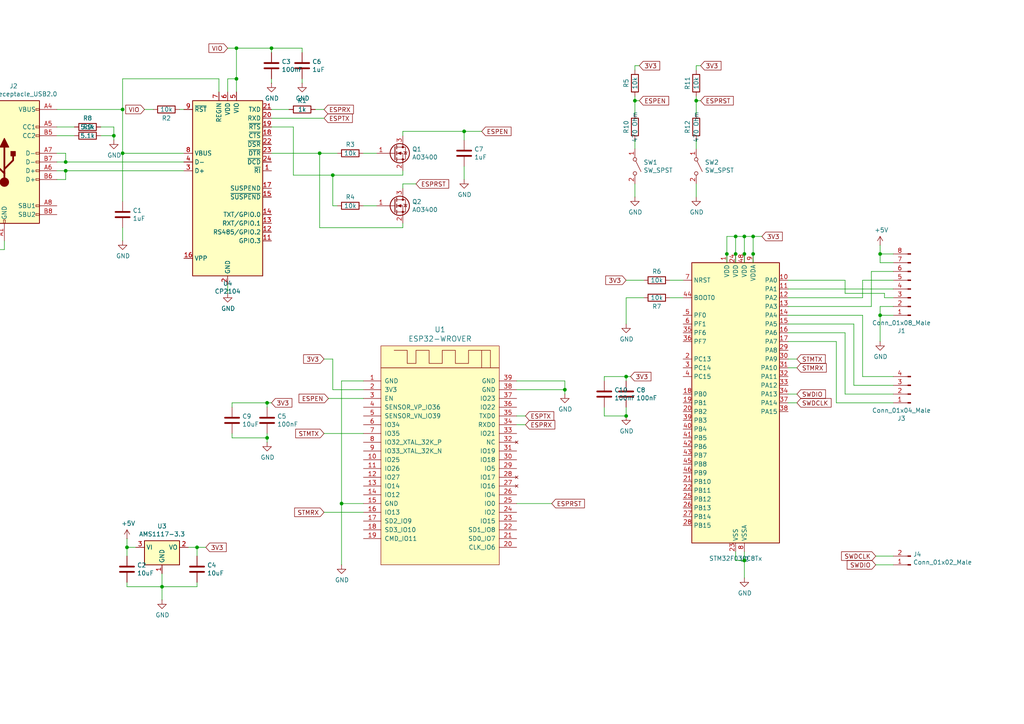
<source format=kicad_sch>
(kicad_sch (version 20250114) (generator "eeschema") (generator_version "9.0")
  (paper "A4")
  (lib_symbols
    (symbol "Connector:Conn_01x02_Male" (pin_names (offset 1.016) (hide yes))
      (property "Reference" "J" (at 0 2.54 0))
      (property "Value" "Connector_Conn_01x02_Male" (at 0 -5.08 0))
      (symbol "Conn_01x02_Male_1_1"
        (rectangle (start 0.8636 0.127) (end 0 -0.127) (stroke (width 0.1524)) (fill (type outline)))
        (rectangle (start 0.8636 -2.413) (end 0 -2.667) (stroke (width 0.1524)) (fill (type outline)))
        (polyline (pts (xy 1.27 0) (xy 0.8636 0)) (stroke (width 0.1524)))
        (polyline (pts (xy 1.27 -2.54) (xy 0.8636 -2.54)) (stroke (width 0.1524)))
        (pin passive line (at 5.08 0 180) (length 3.81) (name "Pin_1") (number "1"))
        (pin passive line (at 5.08 -2.54 180) (length 3.81) (name "Pin_2") (number "2"))
      )
    )
    (symbol "Connector:Conn_01x04_Male" (pin_names (offset 1.016) (hide yes))
      (property "Reference" "J" (at 0 5.08 0))
      (property "Value" "Connector_Conn_01x04_Male" (at 0 -7.62 0))
      (symbol "Conn_01x04_Male_1_1"
        (rectangle (start 0.8636 2.667) (end 0 2.413) (stroke (width 0.1524)) (fill (type outline)))
        (rectangle (start 0.8636 0.127) (end 0 -0.127) (stroke (width 0.1524)) (fill (type outline)))
        (rectangle (start 0.8636 -2.413) (end 0 -2.667) (stroke (width 0.1524)) (fill (type outline)))
        (rectangle (start 0.8636 -4.953) (end 0 -5.207) (stroke (width 0.1524)) (fill (type outline)))
        (polyline (pts (xy 1.27 2.54) (xy 0.8636 2.54)) (stroke (width 0.1524)))
        (polyline (pts (xy 1.27 0) (xy 0.8636 0)) (stroke (width 0.1524)))
        (polyline (pts (xy 1.27 -2.54) (xy 0.8636 -2.54)) (stroke (width 0.1524)))
        (polyline (pts (xy 1.27 -5.08) (xy 0.8636 -5.08)) (stroke (width 0.1524)))
        (pin passive line (at 5.08 2.54 180) (length 3.81) (name "Pin_1") (number "1"))
        (pin passive line (at 5.08 0 180) (length 3.81) (name "Pin_2") (number "2"))
        (pin passive line (at 5.08 -2.54 180) (length 3.81) (name "Pin_3") (number "3"))
        (pin passive line (at 5.08 -5.08 180) (length 3.81) (name "Pin_4") (number "4"))
      )
    )
    (symbol "Connector:Conn_01x08_Male" (pin_names (offset 1.016) (hide yes))
      (property "Reference" "J" (at 0 10.16 0))
      (property "Value" "Connector_Conn_01x08_Male" (at 0 -12.7 0))
      (symbol "Conn_01x08_Male_1_1"
        (rectangle (start 0.8636 7.747) (end 0 7.493) (stroke (width 0.1524)) (fill (type outline)))
        (rectangle (start 0.8636 5.207) (end 0 4.953) (stroke (width 0.1524)) (fill (type outline)))
        (rectangle (start 0.8636 2.667) (end 0 2.413) (stroke (width 0.1524)) (fill (type outline)))
        (rectangle (start 0.8636 0.127) (end 0 -0.127) (stroke (width 0.1524)) (fill (type outline)))
        (rectangle (start 0.8636 -2.413) (end 0 -2.667) (stroke (width 0.1524)) (fill (type outline)))
        (rectangle (start 0.8636 -4.953) (end 0 -5.207) (stroke (width 0.1524)) (fill (type outline)))
        (rectangle (start 0.8636 -7.493) (end 0 -7.747) (stroke (width 0.1524)) (fill (type outline)))
        (rectangle (start 0.8636 -10.033) (end 0 -10.287) (stroke (width 0.1524)) (fill (type outline)))
        (polyline (pts (xy 1.27 7.62) (xy 0.8636 7.62)) (stroke (width 0.1524)))
        (polyline (pts (xy 1.27 5.08) (xy 0.8636 5.08)) (stroke (width 0.1524)))
        (polyline (pts (xy 1.27 2.54) (xy 0.8636 2.54)) (stroke (width 0.1524)))
        (polyline (pts (xy 1.27 0) (xy 0.8636 0)) (stroke (width 0.1524)))
        (polyline (pts (xy 1.27 -2.54) (xy 0.8636 -2.54)) (stroke (width 0.1524)))
        (polyline (pts (xy 1.27 -5.08) (xy 0.8636 -5.08)) (stroke (width 0.1524)))
        (polyline (pts (xy 1.27 -7.62) (xy 0.8636 -7.62)) (stroke (width 0.1524)))
        (polyline (pts (xy 1.27 -10.16) (xy 0.8636 -10.16)) (stroke (width 0.1524)))
        (pin passive line (at 5.08 7.62 180) (length 3.81) (name "Pin_1") (number "1"))
        (pin passive line (at 5.08 5.08 180) (length 3.81) (name "Pin_2") (number "2"))
        (pin passive line (at 5.08 2.54 180) (length 3.81) (name "Pin_3") (number "3"))
        (pin passive line (at 5.08 0 180) (length 3.81) (name "Pin_4") (number "4"))
        (pin passive line (at 5.08 -2.54 180) (length 3.81) (name "Pin_5") (number "5"))
        (pin passive line (at 5.08 -5.08 180) (length 3.81) (name "Pin_6") (number "6"))
        (pin passive line (at 5.08 -7.62 180) (length 3.81) (name "Pin_7") (number "7"))
        (pin passive line (at 5.08 -10.16 180) (length 3.81) (name "Pin_8") (number "8"))
      )
    )
    (symbol "Connector:USB_C_Receptacle_USB2.0" (pin_names (offset 1.016))
      (property "Reference" "J" (at -10.16 19.05 0))
      (property "Value" "Connector_USB_C_Receptacle_USB2.0" (at 19.05 19.05 0))
      (symbol "USB_C_Receptacle_USB2.0_0_0"
        (rectangle (start -0.254 -17.78) (end 0.254 -16.764))
        (rectangle (start 10.16 15.494) (end 9.144 14.986))
        (rectangle (start 10.16 10.414) (end 9.144 9.906))
        (rectangle (start 10.16 7.874) (end 9.144 7.366))
        (rectangle (start 10.16 2.794) (end 9.144 2.286))
        (rectangle (start 10.16 0.254) (end 9.144 -0.254))
        (rectangle (start 10.16 -2.286) (end 9.144 -2.794))
        (rectangle (start 10.16 -4.826) (end 9.144 -5.334))
        (rectangle (start 10.16 -12.446) (end 9.144 -12.954))
        (rectangle (start 10.16 -14.986) (end 9.144 -15.494))
      )
      (symbol "USB_C_Receptacle_USB2.0_0_1"
        (rectangle (start -10.16 17.78) (end 10.16 -17.78) (stroke (width 0.254)) (fill (type background)))
        (polyline (pts (xy -8.89 -3.81) (xy -8.89 3.81)) (stroke (width 0.508)))
        (rectangle (start -7.62 -3.81) (end -6.35 3.81) (stroke (width 0.254)) (fill (type outline)))
        (arc (start -8.89 3.81) (mid -6.985 5.715) (end -5.08 3.81) (stroke (width 0.508)))
        (arc (start -7.62 3.81) (mid -6.985 4.445) (end -6.35 3.81) (stroke (width 0.254)))
        (arc (start -7.62 3.81) (mid -6.985 4.445) (end -6.35 3.81) (stroke (width 0.254)) (fill (type outline)))
        (arc (start -6.35 -3.81) (mid -6.985 -4.445) (end -7.62 -3.81) (stroke (width 0.254)))
        (arc (start -6.35 -3.81) (mid -6.985 -4.445) (end -7.62 -3.81) (stroke (width 0.254)) (fill (type outline)))
        (arc (start -5.08 -3.81) (mid -6.985 -5.715) (end -8.89 -3.81) (stroke (width 0.508)))
        (polyline (pts (xy -5.08 3.81) (xy -5.08 -3.81)) (stroke (width 0.508)))
        (circle (center -2.54 1.143) (radius 0.635) (stroke (width 0.254)) (fill (type outline)))
        (polyline (pts (xy -1.27 4.318) (xy 0 6.858) (xy 1.27 4.318) (xy -1.27 4.318)) (stroke (width 0.254)) (fill (type outline)))
        (polyline (pts (xy 0 -2.032) (xy 2.54 0.508) (xy 2.54 1.778)) (stroke (width 0.508)))
        (polyline (pts (xy 0 -3.302) (xy -2.54 -0.762) (xy -2.54 0.508)) (stroke (width 0.508)))
        (polyline (pts (xy 0 -5.842) (xy 0 4.318)) (stroke (width 0.508)))
        (circle (center 0 -5.842) (radius 1.27) (fill (type outline)))
        (rectangle (start 1.905 1.778) (end 3.175 3.048) (stroke (width 0.254)) (fill (type outline)))
      )
      (symbol "USB_C_Receptacle_USB2.0_1_1"
        (pin passive line (at -7.62 -22.86 90) (length 5.08) (name "SHIELD") (number "S1"))
        (pin power_in line (at 0 -22.86 90) (length 5.08) (name "GND") (number "A1"))
        (pin passive line (at 0 -22.86 90) (length 5.08) (hide yes) (name "GND") (number "A12"))
        (pin passive line (at 0 -22.86 90) (length 5.08) (hide yes) (name "GND") (number "B1"))
        (pin passive line (at 0 -22.86 90) (length 5.08) (hide yes) (name "GND") (number "B12"))
        (pin power_in line (at 15.24 15.24 180) (length 5.08) (name "VBUS") (number "A4"))
        (pin passive line (at 15.24 15.24 180) (length 5.08) (hide yes) (name "VBUS") (number "A9"))
        (pin passive line (at 15.24 15.24 180) (length 5.08) (hide yes) (name "VBUS") (number "B4"))
        (pin passive line (at 15.24 15.24 180) (length 5.08) (hide yes) (name "VBUS") (number "B9"))
        (pin bidirectional line (at 15.24 10.16 180) (length 5.08) (name "CC1") (number "A5"))
        (pin bidirectional line (at 15.24 7.62 180) (length 5.08) (name "CC2") (number "B5"))
        (pin bidirectional line (at 15.24 2.54 180) (length 5.08) (name "D-") (number "A7"))
        (pin bidirectional line (at 15.24 0 180) (length 5.08) (name "D-") (number "B7"))
        (pin bidirectional line (at 15.24 -2.54 180) (length 5.08) (name "D+") (number "A6"))
        (pin bidirectional line (at 15.24 -5.08 180) (length 5.08) (name "D+") (number "B6"))
        (pin bidirectional line (at 15.24 -12.7 180) (length 5.08) (name "SBU1") (number "A8"))
        (pin bidirectional line (at 15.24 -15.24 180) (length 5.08) (name "SBU2") (number "B8"))
      )
    )
    (symbol "Device:C" (pin_numbers (hide yes)) (pin_names (offset 0.254))
      (property "Reference" "C" (at 0.635 2.54 0))
      (property "Value" "C" (at 0.635 -2.54 0))
      (symbol "C_0_1"
        (polyline (pts (xy -2.032 0.762) (xy 2.032 0.762)) (stroke (width 0.508)))
        (polyline (pts (xy -2.032 -0.762) (xy 2.032 -0.762)) (stroke (width 0.508)))
      )
      (symbol "C_1_1"
        (pin passive line (at 0 3.81 270) (length 2.794) (name "~") (number "1"))
        (pin passive line (at 0 -3.81 90) (length 2.794) (name "~") (number "2"))
      )
    )
    (symbol "Device:R" (pin_numbers (hide yes)) (pin_names (offset 0))
      (property "Reference" "R" (at 2.032 0 90))
      (property "Value" "R" (at 0 0 90))
      (symbol "R_0_1"
        (rectangle (start -1.016 -2.54) (end 1.016 2.54) (stroke (width 0.254)))
      )
      (symbol "R_1_1"
        (pin passive line (at 0 3.81 270) (length 1.27) (name "~") (number "1"))
        (pin passive line (at 0 -3.81 90) (length 1.27) (name "~") (number "2"))
      )
    )
    (symbol "Interface_USB:CP2104"
      (property "Reference" "U" (at -5.08 28.575 0))
      (property "Value" "CP2104" (at -5.08 26.67 0))
      (symbol "CP2104_1_1"
        (rectangle (start -10.16 25.4) (end 10.16 -25.4) (stroke (width 0.254)) (fill (type background)))
        (pin bidirectional line (at -12.7 22.86 0) (length 2.54) (name "~{RST}") (number "9"))
        (pin input line (at -12.7 10.16 0) (length 2.54) (name "VBUS") (number "8"))
        (pin bidirectional line (at -12.7 7.62 0) (length 2.54) (name "D-") (number "4"))
        (pin bidirectional line (at -12.7 5.08 0) (length 2.54) (name "D+") (number "3"))
        (pin passive line (at -12.7 -20.32 0) (length 2.54) (name "VPP") (number "16"))
        (pin power_in line (at -2.54 27.94 270) (length 2.54) (name "REGIN") (number "7"))
        (pin power_in line (at 0 27.94 270) (length 2.54) (name "VDD") (number "6"))
        (pin power_in line (at 0 -27.94 90) (length 2.54) (name "GND") (number "2"))
        (pin passive line (at 0 -27.94 90) (length 2.54) (hide yes) (name "GND") (number "25"))
        (pin power_in line (at 2.54 27.94 270) (length 2.54) (name "VIO") (number "5"))
        (pin no_connect line (at 10.16 -20.32 180) (length 2.54) (hide yes) (name "NC") (number "10"))
        (pin output line (at 12.7 22.86 180) (length 2.54) (name "TXD") (number "21"))
        (pin input line (at 12.7 20.32 180) (length 2.54) (name "RXD") (number "20"))
        (pin output line (at 12.7 17.78 180) (length 2.54) (name "~{RTS}") (number "19"))
        (pin input line (at 12.7 15.24 180) (length 2.54) (name "~{CTS}") (number "18"))
        (pin input line (at 12.7 12.7 180) (length 2.54) (name "~{DSR}") (number "22"))
        (pin output line (at 12.7 10.16 180) (length 2.54) (name "~{DTR}") (number "23"))
        (pin input line (at 12.7 7.62 180) (length 2.54) (name "~{DCD}") (number "24"))
        (pin input line (at 12.7 5.08 180) (length 2.54) (name "~{RI}") (number "1"))
        (pin output line (at 12.7 0 180) (length 2.54) (name "SUSPEND") (number "17"))
        (pin output line (at 12.7 -2.54 180) (length 2.54) (name "~{SUSPEND}") (number "15"))
        (pin bidirectional line (at 12.7 -7.62 180) (length 2.54) (name "TXT/GPIO.0") (number "14"))
        (pin bidirectional line (at 12.7 -10.16 180) (length 2.54) (name "RXT/GPIO.1") (number "13"))
        (pin bidirectional line (at 12.7 -12.7 180) (length 2.54) (name "RS485/GPIO.2") (number "12"))
        (pin bidirectional line (at 12.7 -15.24 180) (length 2.54) (name "GPIO.3") (number "11"))
      )
    )
    (symbol "MCU_ST_STM32F0:STM32F030C8Tx"
      (property "Reference" "U" (at -12.7 41.91 0))
      (property "Value" "STM32F030C8Tx" (at 7.62 41.91 0))
      (symbol "STM32F030C8Tx_0_1"
        (rectangle (start -12.7 -40.64) (end 12.7 40.64) (stroke (width 0.254)) (fill (type background)))
      )
      (symbol "STM32F030C8Tx_1_1"
        (pin input line (at -15.24 35.56 0) (length 2.54) (name "NRST") (number "7"))
        (pin input line (at -15.24 30.48 0) (length 2.54) (name "BOOT0") (number "44"))
        (pin bidirectional line (at -15.24 25.4 0) (length 2.54) (name "PF0") (number "5"))
        (pin bidirectional line (at -15.24 22.86 0) (length 2.54) (name "PF1") (number "6"))
        (pin bidirectional line (at -15.24 20.32 0) (length 2.54) (name "PF6") (number "35"))
        (pin bidirectional line (at -15.24 17.78 0) (length 2.54) (name "PF7") (number "36"))
        (pin bidirectional line (at -15.24 12.7 0) (length 2.54) (name "PC13") (number "2"))
        (pin bidirectional line (at -15.24 10.16 0) (length 2.54) (name "PC14") (number "3"))
        (pin bidirectional line (at -15.24 7.62 0) (length 2.54) (name "PC15") (number "4"))
        (pin bidirectional line (at -15.24 2.54 0) (length 2.54) (name "PB0") (number "18"))
        (pin bidirectional line (at -15.24 0 0) (length 2.54) (name "PB1") (number "19"))
        (pin bidirectional line (at -15.24 -2.54 0) (length 2.54) (name "PB2") (number "20"))
        (pin bidirectional line (at -15.24 -5.08 0) (length 2.54) (name "PB3") (number "39"))
        (pin bidirectional line (at -15.24 -7.62 0) (length 2.54) (name "PB4") (number "40"))
        (pin bidirectional line (at -15.24 -10.16 0) (length 2.54) (name "PB5") (number "41"))
        (pin bidirectional line (at -15.24 -12.7 0) (length 2.54) (name "PB6") (number "42"))
        (pin bidirectional line (at -15.24 -15.24 0) (length 2.54) (name "PB7") (number "43"))
        (pin bidirectional line (at -15.24 -17.78 0) (length 2.54) (name "PB8") (number "45"))
        (pin bidirectional line (at -15.24 -20.32 0) (length 2.54) (name "PB9") (number "46"))
        (pin bidirectional line (at -15.24 -22.86 0) (length 2.54) (name "PB10") (number "21"))
        (pin bidirectional line (at -15.24 -25.4 0) (length 2.54) (name "PB11") (number "22"))
        (pin bidirectional line (at -15.24 -27.94 0) (length 2.54) (name "PB12") (number "25"))
        (pin bidirectional line (at -15.24 -30.48 0) (length 2.54) (name "PB13") (number "26"))
        (pin bidirectional line (at -15.24 -33.02 0) (length 2.54) (name "PB14") (number "27"))
        (pin bidirectional line (at -15.24 -35.56 0) (length 2.54) (name "PB15") (number "28"))
        (pin power_in line (at -2.54 43.18 270) (length 2.54) (name "VDD") (number "1"))
        (pin power_in line (at 0 43.18 270) (length 2.54) (name "VDD") (number "24"))
        (pin power_in line (at 0 -43.18 90) (length 2.54) (name "VSS") (number "23"))
        (pin passive line (at 0 -43.18 90) (length 2.54) (hide yes) (name "VSS") (number "47"))
        (pin power_in line (at 2.54 43.18 270) (length 2.54) (name "VDD") (number "48"))
        (pin power_in line (at 2.54 -43.18 90) (length 2.54) (name "VSSA") (number "8"))
        (pin power_in line (at 5.08 43.18 270) (length 2.54) (name "VDDA") (number "9"))
        (pin bidirectional line (at 15.24 35.56 180) (length 2.54) (name "PA0") (number "10"))
        (pin bidirectional line (at 15.24 33.02 180) (length 2.54) (name "PA1") (number "11"))
        (pin bidirectional line (at 15.24 30.48 180) (length 2.54) (name "PA2") (number "12"))
        (pin bidirectional line (at 15.24 27.94 180) (length 2.54) (name "PA3") (number "13"))
        (pin bidirectional line (at 15.24 25.4 180) (length 2.54) (name "PA4") (number "14"))
        (pin bidirectional line (at 15.24 22.86 180) (length 2.54) (name "PA5") (number "15"))
        (pin bidirectional line (at 15.24 20.32 180) (length 2.54) (name "PA6") (number "16"))
        (pin bidirectional line (at 15.24 17.78 180) (length 2.54) (name "PA7") (number "17"))
        (pin bidirectional line (at 15.24 15.24 180) (length 2.54) (name "PA8") (number "29"))
        (pin bidirectional line (at 15.24 12.7 180) (length 2.54) (name "PA9") (number "30"))
        (pin bidirectional line (at 15.24 10.16 180) (length 2.54) (name "PA10") (number "31"))
        (pin bidirectional line (at 15.24 7.62 180) (length 2.54) (name "PA11") (number "32"))
        (pin bidirectional line (at 15.24 5.08 180) (length 2.54) (name "PA12") (number "33"))
        (pin bidirectional line (at 15.24 2.54 180) (length 2.54) (name "PA13") (number "34"))
        (pin bidirectional line (at 15.24 0 180) (length 2.54) (name "PA14") (number "37"))
        (pin bidirectional line (at 15.24 -2.54 180) (length 2.54) (name "PA15") (number "38"))
      )
    )
    (symbol "Regulator_Linear:AMS1117-3.3"
      (property "Reference" "U" (at -3.81 3.175 0))
      (property "Value" "AMS1117-3.3" (at 0 3.175 0))
      (symbol "AMS1117-3.3_0_1"
        (rectangle (start -5.08 -5.08) (end 5.08 1.905) (stroke (width 0.254)) (fill (type background)))
      )
      (symbol "AMS1117-3.3_1_1"
        (pin power_in line (at -7.62 0 0) (length 2.54) (name "VI") (number "3"))
        (pin power_in line (at 0 -7.62 90) (length 2.54) (name "GND") (number "1"))
        (pin power_out line (at 7.62 0 180) (length 2.54) (name "VO") (number "2"))
      )
    )
    (symbol "Switch:SW_SPST" (pin_names (offset 0) (hide yes))
      (property "Reference" "SW" (at 0 3.175 0))
      (property "Value" "SW_SPST" (at 0 -2.54 0))
      (symbol "SW_SPST_0_0"
        (circle (center -2.032 0) (radius 0.508))
        (polyline (pts (xy -1.524 0.254) (xy 1.524 1.778)))
        (circle (center 2.032 0) (radius 0.508))
      )
      (symbol "SW_SPST_1_1"
        (pin passive line (at -5.08 0 0) (length 2.54) (name "A") (number "1"))
        (pin passive line (at 5.08 0 180) (length 2.54) (name "B") (number "2"))
      )
    )
    (symbol "Transistor_FET:BSS138" (pin_names (hide yes))
      (property "Reference" "Q" (at 5.08 1.905 0))
      (property "Value" "BSS138" (at 5.08 0 0))
      (symbol "BSS138_0_1"
        (polyline (pts (xy 0.254 1.905) (xy 0.254 -1.905)) (stroke (width 0.254)))
        (polyline (pts (xy 0.254 0) (xy -2.54 0)))
        (polyline (pts (xy 0.762 2.286) (xy 0.762 1.27)) (stroke (width 0.254)))
        (polyline (pts (xy 0.762 0.508) (xy 0.762 -0.508)) (stroke (width 0.254)))
        (polyline (pts (xy 0.762 -1.27) (xy 0.762 -2.286)) (stroke (width 0.254)))
        (polyline (pts (xy 0.762 -1.778) (xy 3.302 -1.778) (xy 3.302 1.778) (xy 0.762 1.778)))
        (polyline (pts (xy 1.016 0) (xy 2.032 0.381) (xy 2.032 -0.381) (xy 1.016 0)) (fill (type outline)))
        (circle (center 1.651 0) (radius 2.794) (stroke (width 0.254)))
        (polyline (pts (xy 2.54 2.54) (xy 2.54 1.778)))
        (circle (center 2.54 1.778) (radius 0.254) (fill (type outline)))
        (circle (center 2.54 -1.778) (radius 0.254) (fill (type outline)))
        (polyline (pts (xy 2.54 -2.54) (xy 2.54 0) (xy 0.762 0)))
        (polyline (pts (xy 2.794 0.508) (xy 2.921 0.381) (xy 3.683 0.381) (xy 3.81 0.254)))
        (polyline (pts (xy 3.302 0.381) (xy 2.921 -0.254) (xy 3.683 -0.254) (xy 3.302 0.381)))
      )
      (symbol "BSS138_1_1"
        (pin input line (at -5.08 0 0) (length 2.54) (name "G") (number "1"))
        (pin passive line (at 2.54 5.08 270) (length 2.54) (name "D") (number "3"))
        (pin passive line (at 2.54 -5.08 90) (length 2.54) (name "S") (number "2"))
      )
    )
    (symbol "esp32-wrover:ESP32-WROVER" (pin_names (offset 1.016))
      (property "Reference" "U" (at -15.24 -33.02 0))
      (property "Value" "ESP32-WROVER" (at 6.35 -33.02 0))
      (symbol "ESP32-WROVER_0_1"
        (rectangle (start -17.78 29.21) (end 16.51 22.86) (fill (type background)))
        (rectangle (start -17.78 22.86) (end 16.51 -34.29) (fill (type background)))
        (polyline (pts (xy -13.97 27.94) (xy -10.16 27.94) (xy -10.16 24.13) (xy -7.62 24.13) (xy -7.62 27.94) (xy -3.81 27.94) (xy -3.81 24.13) (xy 0 24.13) (xy 0 27.94) (xy 3.81 27.94) (xy 3.81 24.13) (xy 7.62 24.13) (xy 7.62 27.94) (xy 11.43 27.94) (xy 11.43 22.86)))
        (polyline (pts (xy 11.43 27.94) (xy 13.97 27.94) (xy 13.97 22.86)))
      )
      (symbol "ESP32-WROVER_1_1"
        (pin power_in line (at -22.86 19.05 0) (length 5.08) (name "GND") (number "1"))
        (pin power_in line (at -22.86 16.51 0) (length 5.08) (name "3V3") (number "2"))
        (pin input line (at -22.86 13.97 0) (length 5.08) (name "EN") (number "3"))
        (pin input line (at -22.86 11.43 0) (length 5.08) (name "SENSOR_VP_IO36") (number "4"))
        (pin input line (at -22.86 8.89 0) (length 5.08) (name "SENSOR_VN_IO39") (number "5"))
        (pin input line (at -22.86 6.35 0) (length 5.08) (name "IO34") (number "6"))
        (pin input line (at -22.86 3.81 0) (length 5.08) (name "IO35") (number "7"))
        (pin bidirectional line (at -22.86 1.27 0) (length 5.08) (name "IO32_XTAL_32K_P") (number "8"))
        (pin bidirectional line (at -22.86 -1.27 0) (length 5.08) (name "IO33_XTAL_32K_N") (number "9"))
        (pin bidirectional line (at -22.86 -3.81 0) (length 5.08) (name "IO25") (number "10"))
        (pin bidirectional line (at -22.86 -6.35 0) (length 5.08) (name "IO26") (number "11"))
        (pin bidirectional line (at -22.86 -8.89 0) (length 5.08) (name "IO27") (number "12"))
        (pin bidirectional line (at -22.86 -11.43 0) (length 5.08) (name "IO14") (number "13"))
        (pin bidirectional line (at -22.86 -13.97 0) (length 5.08) (name "IO12") (number "14"))
        (pin power_in line (at -22.86 -16.51 0) (length 5.08) (name "GND") (number "15"))
        (pin bidirectional line (at -22.86 -19.05 0) (length 5.08) (name "IO13") (number "16"))
        (pin bidirectional line (at -22.86 -21.59 0) (length 5.08) (name "SD2_IO9") (number "17"))
        (pin bidirectional line (at -22.86 -24.13 0) (length 5.08) (name "SD3_IO10") (number "18"))
        (pin bidirectional line (at -22.86 -26.67 0) (length 5.08) (name "CMD_IO11") (number "19"))
        (pin power_in line (at 21.59 19.05 180) (length 5.08) (name "GND") (number "39"))
        (pin power_in line (at 21.59 16.51 180) (length 5.08) (name "GND") (number "38"))
        (pin bidirectional line (at 21.59 13.97 180) (length 5.08) (name "IO23") (number "37"))
        (pin bidirectional line (at 21.59 11.43 180) (length 5.08) (name "IO22") (number "36"))
        (pin output line (at 21.59 8.89 180) (length 5.08) (name "TXD0") (number "35"))
        (pin input line (at 21.59 6.35 180) (length 5.08) (name "RXD0") (number "34"))
        (pin bidirectional line (at 21.59 3.81 180) (length 5.08) (name "IO21") (number "33"))
        (pin no_connect line (at 21.59 1.27 180) (length 5.08) (name "NC") (number "32"))
        (pin bidirectional line (at 21.59 -1.27 180) (length 5.08) (name "IO19") (number "31"))
        (pin bidirectional line (at 21.59 -3.81 180) (length 5.08) (name "IO18") (number "30"))
        (pin bidirectional line (at 21.59 -6.35 180) (length 5.08) (name "IO5") (number "29"))
        (pin no_connect line (at 21.59 -8.89 180) (length 5.08) (name "IO17") (number "28"))
        (pin no_connect line (at 21.59 -11.43 180) (length 5.08) (name "IO16") (number "27"))
        (pin bidirectional line (at 21.59 -13.97 180) (length 5.08) (name "IO4") (number "26"))
        (pin bidirectional line (at 21.59 -16.51 180) (length 5.08) (name "IO0") (number "25"))
        (pin bidirectional line (at 21.59 -19.05 180) (length 5.08) (name "IO2") (number "24"))
        (pin bidirectional line (at 21.59 -21.59 180) (length 5.08) (name "IO15") (number "23"))
        (pin bidirectional line (at 21.59 -24.13 180) (length 5.08) (name "SD1_IO8") (number "22"))
        (pin bidirectional line (at 21.59 -26.67 180) (length 5.08) (name "SD0_IO7") (number "21"))
        (pin bidirectional line (at 21.59 -29.21 180) (length 5.08) (name "CLK_IO6") (number "20"))
      )
    )
    (symbol "power:+5V" (power) (pin_numbers (hide yes)) (pin_names (offset 0) (hide yes))
      (property "Value" "+5V" (at 0 3.556 0))
      (symbol "+5V_0_1"
        (polyline (pts (xy -0.762 1.27) (xy 0 2.54)))
        (polyline (pts (xy 0 2.54) (xy 0.762 1.27)))
        (polyline (pts (xy 0 0) (xy 0 2.54)))
      )
      (symbol "+5V_1_1"
        (pin power_in line (at 0 0 90) (length 0) (name "~") (number "1"))
      )
    )
    (symbol "power:GND" (power) (pin_numbers (hide yes)) (pin_names (offset 0) (hide yes))
      (property "Value" "GND" (at 0 -3.81 0))
      (symbol "GND_0_1"
        (polyline (pts (xy 0 0) (xy 0 -1.27) (xy 1.27 -1.27) (xy 0 -2.54) (xy -1.27 -1.27) (xy 0 -1.27)))
      )
      (symbol "GND_1_1"
        (pin power_in line (at 0 0 270) (length 0) (name "~") (number "1"))
      )
    )
  )
  (junction (at 19.05 46.99))
  (junction (at 36.83 158.75))
  (junction (at 68.58 22.86))
  (junction (at 35.56 44.45))
  (junction (at 134.62 38.1))
  (junction (at 35.56 31.75))
  (junction (at 210.82 73.66))
  (junction (at 201.93 29.21))
  (junction (at 255.27 91.44))
  (junction (at 255.27 73.66))
  (junction (at 181.61 120.65))
  (junction (at 33.02 39.37))
  (junction (at 184.15 29.21))
  (junction (at 92.71 44.45))
  (junction (at 96.52 50.8))
  (junction (at 57.15 158.75))
  (junction (at 213.36 68.58))
  (junction (at 99.06 146.05))
  (junction (at 46.99 170.18))
  (junction (at 68.58 13.97))
  (junction (at 78.74 13.97))
  (junction (at 19.05 49.53))
  (junction (at -2.54 72.39))
  (junction (at 218.44 68.58))
  (junction (at 163.83 113.03))
  (junction (at 77.47 127))
  (junction (at 215.9 162.56))
  (junction (at 215.9 73.66))
  (junction (at 218.44 73.66))
  (junction (at 181.61 109.22))
  (junction (at 213.36 73.66))
  (junction (at 215.9 68.58))
  (junction (at 77.47 116.84))
  (wire (pts (xy 228.6 96.52) (xy 245.11 96.52)))
  (wire (pts (xy 254 161.29) (xy 259.08 161.29)))
  (wire (pts (xy 250.19 109.22) (xy 259.08 109.22)))
  (wire (pts (xy 92.71 44.45) (xy 92.71 66.04)))
  (wire (pts (xy 252.73 78.74) (xy 259.08 78.74)))
  (wire (pts (xy 201.93 53.34) (xy 201.93 57.15)))
  (wire (pts (xy 231.14 104.14) (xy 228.6 104.14)))
  (wire (pts (xy 67.31 125.73) (xy 67.31 127)))
  (wire (pts (xy 210.82 73.66) (xy 210.82 76.2)))
  (wire (pts (xy 57.15 158.75) (xy 57.15 161.29)))
  (wire (pts (xy 68.58 13.97) (xy 78.74 13.97)))
  (wire (pts (xy 255.27 99.06) (xy 255.27 91.44)))
  (wire (pts (xy 16.51 44.45) (xy 19.05 44.45)))
  (wire (pts (xy 152.4 120.65) (xy 149.86 120.65)))
  (wire (pts (xy 218.44 73.66) (xy 218.44 76.2)))
  (wire (pts (xy 85.09 50.8) (xy 96.52 50.8)))
  (wire (pts (xy 16.51 31.75) (xy 35.56 31.75)))
  (wire (pts (xy 105.41 44.45) (xy 109.22 44.45)))
  (wire (pts (xy 93.98 148.59) (xy 105.41 148.59)))
  (wire (pts (xy 96.52 59.69) (xy 97.79 59.69)))
  (wire (pts (xy 93.98 104.14) (xy 96.52 104.14)))
  (wire (pts (xy 218.44 68.58) (xy 218.44 73.66)))
  (wire (pts (xy 46.99 170.18) (xy 36.83 170.18)))
  (wire (pts (xy 201.93 27.94) (xy 201.93 29.21)))
  (wire (pts (xy 194.31 81.28) (xy 198.12 81.28)))
  (wire (pts (xy 63.5 26.67) (xy 63.5 22.86)))
  (wire (pts (xy 213.36 160.02) (xy 213.36 162.56)))
  (wire (pts (xy 231.14 106.68) (xy 228.6 106.68)))
  (wire (pts (xy 105.41 59.69) (xy 109.22 59.69)))
  (wire (pts (xy 186.69 86.36) (xy 181.61 86.36)))
  (wire (pts (xy 78.74 13.97) (xy 78.74 15.24)))
  (wire (pts (xy 105.41 115.57) (xy 95.25 115.57)))
  (wire (pts (xy 85.09 36.83) (xy 85.09 50.8)))
  (wire (pts (xy 228.6 86.36) (xy 250.19 86.36)))
  (wire (pts (xy 78.74 44.45) (xy 92.71 44.45)))
  (wire (pts (xy 57.15 168.91) (xy 57.15 170.18)))
  (wire (pts (xy 78.74 22.86) (xy 78.74 24.13)))
  (wire (pts (xy 210.82 68.58) (xy 210.82 73.66)))
  (wire (pts (xy 215.9 167.64) (xy 215.9 162.56)))
  (wire (pts (xy 250.19 86.36) (xy 250.19 81.28)))
  (wire (pts (xy 19.05 52.07) (xy 19.05 49.53)))
  (wire (pts (xy 247.65 93.98) (xy 247.65 111.76)))
  (wire (pts (xy 120.65 53.34) (xy 116.84 53.34)))
  (wire (pts (xy 59.69 158.75) (xy 57.15 158.75)))
  (wire (pts (xy 152.4 123.19) (xy 149.86 123.19)))
  (wire (pts (xy 116.84 66.04) (xy 116.84 64.77)))
  (wire (pts (xy 255.27 76.2) (xy 259.08 76.2)))
  (wire (pts (xy 99.06 146.05) (xy 99.06 163.83)))
  (wire (pts (xy 198.12 86.36) (xy 194.31 86.36)))
  (wire (pts (xy 35.56 66.04) (xy 35.56 69.85)))
  (wire (pts (xy 242.57 99.06) (xy 242.57 116.84)))
  (wire (pts (xy 245.11 85.09) (xy 256.54 85.09)))
  (wire (pts (xy 242.57 116.84) (xy 259.08 116.84)))
  (wire (pts (xy 175.26 109.22) (xy 175.26 110.49)))
  (wire (pts (xy 36.83 158.75) (xy 36.83 161.29)))
  (wire (pts (xy 35.56 22.86) (xy 35.56 31.75)))
  (wire (pts (xy 184.15 53.34) (xy 184.15 57.15)))
  (wire (pts (xy 185.42 19.05) (xy 184.15 19.05)))
  (wire (pts (xy 78.74 36.83) (xy 85.09 36.83)))
  (wire (pts (xy 35.56 58.42) (xy 35.56 44.45)))
  (wire (pts (xy 139.7 38.1) (xy 134.62 38.1)))
  (wire (pts (xy 213.36 73.66) (xy 213.36 76.2)))
  (wire (pts (xy 66.04 22.86) (xy 68.58 22.86)))
  (wire (pts (xy 255.27 91.44) (xy 255.27 88.9)))
  (wire (pts (xy 149.86 113.03) (xy 163.83 113.03)))
  (wire (pts (xy 175.26 120.65) (xy 181.61 120.65)))
  (wire (pts (xy 252.73 88.9) (xy 252.73 78.74)))
  (wire (pts (xy 247.65 111.76) (xy 259.08 111.76)))
  (wire (pts (xy 19.05 49.53) (xy 16.51 49.53)))
  (wire (pts (xy 231.14 114.3) (xy 228.6 114.3)))
  (wire (pts (xy 255.27 73.66) (xy 255.27 76.2)))
  (wire (pts (xy 175.26 118.11) (xy 175.26 120.65)))
  (wire (pts (xy 46.99 170.18) (xy 46.99 166.37)))
  (wire (pts (xy 181.61 109.22) (xy 181.61 110.49)))
  (wire (pts (xy 184.15 29.21) (xy 184.15 33.02)))
  (wire (pts (xy 116.84 39.37) (xy 116.84 38.1)))
  (wire (pts (xy 16.51 36.83) (xy 21.59 36.83)))
  (wire (pts (xy 87.63 22.86) (xy 87.63 24.13)))
  (wire (pts (xy 218.44 68.58) (xy 220.98 68.58)))
  (bus (pts (xy -31.75 -25.4) (xy -29.21 -22.86)))
  (wire (pts (xy 66.04 13.97) (xy 68.58 13.97)))
  (wire (pts (xy 228.6 83.82) (xy 259.08 83.82)))
  (wire (pts (xy 181.61 118.11) (xy 181.61 120.65)))
  (wire (pts (xy 68.58 13.97) (xy 68.58 22.86)))
  (wire (pts (xy 19.05 44.45) (xy 19.05 46.99)))
  (wire (pts (xy 96.52 50.8) (xy 116.84 50.8)))
  (wire (pts (xy 201.93 19.05) (xy 201.93 20.32)))
  (wire (pts (xy 96.52 59.69) (xy 96.52 50.8)))
  (wire (pts (xy 92.71 44.45) (xy 97.79 44.45)))
  (wire (pts (xy 91.44 31.75) (xy 93.98 31.75)))
  (wire (pts (xy 163.83 110.49) (xy 163.83 113.03)))
  (wire (pts (xy 19.05 46.99) (xy 53.34 46.99)))
  (wire (pts (xy 16.51 39.37) (xy 21.59 39.37)))
  (wire (pts (xy 215.9 73.66) (xy 215.9 76.2)))
  (wire (pts (xy 215.9 68.58) (xy 215.9 73.66)))
  (wire (pts (xy 186.69 81.28) (xy 181.61 81.28)))
  (wire (pts (xy 201.93 40.64) (xy 201.93 43.18)))
  (wire (pts (xy 83.82 31.75) (xy 78.74 31.75)))
  (wire (pts (xy 78.74 116.84) (xy 77.47 116.84)))
  (wire (pts (xy 250.19 91.44) (xy 250.19 109.22)))
  (wire (pts (xy 29.21 36.83) (xy 33.02 36.83)))
  (wire (pts (xy 66.04 26.67) (xy 66.04 22.86)))
  (wire (pts (xy -2.54 72.39) (xy -2.54 82.55)))
  (wire (pts (xy 53.34 49.53) (xy 19.05 49.53)))
  (wire (pts (xy 255.27 88.9) (xy 259.08 88.9)))
  (wire (pts (xy 33.02 39.37) (xy 33.02 40.64)))
  (wire (pts (xy 245.11 81.28) (xy 245.11 85.09)))
  (wire (pts (xy 201.93 29.21) (xy 201.93 33.02)))
  (wire (pts (xy 99.06 110.49) (xy 99.06 146.05)))
  (wire (pts (xy 213.36 68.58) (xy 210.82 68.58)))
  (wire (pts (xy 203.2 19.05) (xy 201.93 19.05)))
  (wire (pts (xy 254 163.83) (xy 259.08 163.83)))
  (wire (pts (xy -6.35 69.85) (xy -6.35 72.39)))
  (wire (pts (xy 57.15 170.18) (xy 46.99 170.18)))
  (wire (pts (xy 36.83 156.21) (xy 36.83 158.75)))
  (wire (pts (xy 256.54 85.09) (xy 256.54 86.36)))
  (wire (pts (xy 228.6 88.9) (xy 252.73 88.9)))
  (wire (pts (xy 96.52 113.03) (xy 105.41 113.03)))
  (wire (pts (xy 184.15 19.05) (xy 184.15 20.32)))
  (wire (pts (xy 228.6 81.28) (xy 245.11 81.28)))
  (wire (pts (xy 228.6 93.98) (xy 247.65 93.98)))
  (wire (pts (xy 116.84 50.8) (xy 116.84 49.53)))
  (wire (pts (xy 228.6 91.44) (xy 250.19 91.44)))
  (wire (pts (xy 255.27 71.12) (xy 255.27 73.66)))
  (wire (pts (xy 52.07 31.75) (xy 53.34 31.75)))
  (wire (pts (xy 77.47 127) (xy 77.47 128.27)))
  (wire (pts (xy 87.63 13.97) (xy 87.63 15.24)))
  (wire (pts (xy 92.71 66.04) (xy 116.84 66.04)))
  (wire (pts (xy 77.47 125.73) (xy 77.47 127)))
  (wire (pts (xy 255.27 73.66) (xy 259.08 73.66)))
  (wire (pts (xy 134.62 48.26) (xy 134.62 52.07)))
  (wire (pts (xy 184.15 27.94) (xy 184.15 29.21)))
  (wire (pts (xy 93.98 125.73) (xy 105.41 125.73)))
  (wire (pts (xy 36.83 170.18) (xy 36.83 168.91)))
  (wire (pts (xy 116.84 54.61) (xy 116.84 53.34)))
  (wire (pts (xy 78.74 34.29) (xy 93.98 34.29)))
  (wire (pts (xy 68.58 22.86) (xy 68.58 26.67)))
  (wire (pts (xy 228.6 99.06) (xy 242.57 99.06)))
  (wire (pts (xy 256.54 86.36) (xy 259.08 86.36)))
  (wire (pts (xy 63.5 22.86) (xy 35.56 22.86)))
  (wire (pts (xy 213.36 162.56) (xy 215.9 162.56)))
  (wire (pts (xy 213.36 68.58) (xy 215.9 68.58)))
  (wire (pts (xy 149.86 110.49) (xy 163.83 110.49)))
  (wire (pts (xy 1.27 72.39) (xy 1.27 69.85)))
  (wire (pts (xy 29.21 39.37) (xy 33.02 39.37)))
  (wire (pts (xy 245.11 96.52) (xy 245.11 114.3)))
  (wire (pts (xy 245.11 114.3) (xy 259.08 114.3)))
  (wire (pts (xy 255.27 91.44) (xy 259.08 91.44)))
  (wire (pts (xy -6.35 72.39) (xy -2.54 72.39)))
  (wire (pts (xy 39.37 158.75) (xy 36.83 158.75)))
  (wire (pts (xy 67.31 127) (xy 77.47 127)))
  (wire (pts (xy 231.14 116.84) (xy 228.6 116.84)))
  (wire (pts (xy 96.52 104.14) (xy 96.52 113.03)))
  (wire (pts (xy 134.62 38.1) (xy 116.84 38.1)))
  (wire (pts (xy 77.47 116.84) (xy 67.31 116.84)))
  (wire (pts (xy 35.56 44.45) (xy 53.34 44.45)))
  (wire (pts (xy 181.61 109.22) (xy 175.26 109.22)))
  (wire (pts (xy 105.41 110.49) (xy 99.06 110.49)))
  (wire (pts (xy -2.54 72.39) (xy 1.27 72.39)))
  (wire (pts (xy 149.86 146.05) (xy 160.02 146.05)))
  (wire (pts (xy 203.2 29.21) (xy 201.93 29.21)))
  (wire (pts (xy 184.15 40.64) (xy 184.15 43.18)))
  (wire (pts (xy 35.56 44.45) (xy 35.56 31.75)))
  (wire (pts (xy 33.02 36.83) (xy 33.02 39.37)))
  (wire (pts (xy 181.61 93.98) (xy 181.61 86.36)))
  (wire (pts (xy 78.74 13.97) (xy 87.63 13.97)))
  (wire (pts (xy 16.51 52.07) (xy 19.05 52.07)))
  (wire (pts (xy 67.31 116.84) (xy 67.31 118.11)))
  (wire (pts (xy 77.47 116.84) (xy 77.47 118.11)))
  (wire (pts (xy 185.42 29.21) (xy 184.15 29.21)))
  (wire (pts (xy 213.36 68.58) (xy 213.36 73.66)))
  (wire (pts (xy 182.88 109.22) (xy 181.61 109.22)))
  (wire (pts (xy 44.45 31.75) (xy 41.91 31.75)))
  (wire (pts (xy 250.19 81.28) (xy 259.08 81.28)))
  (wire (pts (xy 54.61 158.75) (xy 57.15 158.75)))
  (wire (pts (xy 215.9 68.58) (xy 218.44 68.58)))
  (wire (pts (xy 16.51 46.99) (xy 19.05 46.99)))
  (wire (pts (xy 215.9 162.56) (xy 215.9 160.02)))
  (wire (pts (xy 105.41 146.05) (xy 99.06 146.05)))
  (wire (pts (xy 163.83 113.03) (xy 163.83 114.3)))
  (wire (pts (xy 66.04 82.55) (xy 66.04 85.09)))
  (wire (pts (xy 46.99 173.99) (xy 46.99 170.18)))
  (wire (pts (xy 134.62 40.64) (xy 134.62 38.1)))
  (global_label "3V3" (shape input) (at 220.98 68.58 0) (property "Intersheetrefs" "${INTERSHEET_REFS}" (effects (hide yes))))
  (global_label "SWDCLK" (shape input) (at 254 161.29 180) (property "Intersheetrefs" "${INTERSHEET_REFS}" (effects (hide yes))))
  (global_label "3V3" (shape input) (at 78.74 116.84 0) (property "Intersheetrefs" "${INTERSHEET_REFS}" (effects (hide yes))))
  (global_label "VIO" (shape input) (at 41.91 31.75 180) (property "Intersheetrefs" "${INTERSHEET_REFS}" (effects (hide yes))))
  (global_label "ESPRX" (shape input) (at 152.4 123.19 0) (property "Intersheetrefs" "${INTERSHEET_REFS}" (effects (hide yes))))
  (global_label "ESPRST" (shape input) (at 203.2 29.21 0) (property "Intersheetrefs" "${INTERSHEET_REFS}" (effects (hide yes))))
  (global_label "3V3" (shape input) (at 185.42 19.05 0) (property "Intersheetrefs" "${INTERSHEET_REFS}" (effects (hide yes))))
  (global_label "ESPTX" (shape input) (at 93.98 34.29 0) (property "Intersheetrefs" "${INTERSHEET_REFS}" (effects (hide yes))))
  (global_label "ESPRX" (shape input) (at 93.98 31.75 0) (property "Intersheetrefs" "${INTERSHEET_REFS}" (effects (hide yes))))
  (global_label "STMRX" (shape input) (at 231.14 106.68 0) (property "Intersheetrefs" "${INTERSHEET_REFS}" (effects (hide yes))))
  (global_label "ESPTX" (shape input) (at 152.4 120.65 0) (property "Intersheetrefs" "${INTERSHEET_REFS}" (effects (hide yes))))
  (global_label "ESPEN" (shape input) (at 95.25 115.57 180) (property "Intersheetrefs" "${INTERSHEET_REFS}" (effects (hide yes))))
  (global_label "ESPRST" (shape input) (at 160.02 146.05 0) (property "Intersheetrefs" "${INTERSHEET_REFS}" (effects (hide yes))))
  (global_label "SWDCLK" (shape input) (at 231.14 116.84 0) (property "Intersheetrefs" "${INTERSHEET_REFS}" (effects (hide yes))))
  (global_label "ESPRST" (shape input) (at 120.65 53.34 0) (property "Intersheetrefs" "${INTERSHEET_REFS}" (effects (hide yes))))
  (global_label "3V3" (shape input) (at 59.69 158.75 0) (property "Intersheetrefs" "${INTERSHEET_REFS}" (effects (hide yes))))
  (global_label "ESPEN" (shape input) (at 185.42 29.21 0) (property "Intersheetrefs" "${INTERSHEET_REFS}" (effects (hide yes))))
  (global_label "ESPEN" (shape input) (at 139.7 38.1 0) (property "Intersheetrefs" "${INTERSHEET_REFS}" (effects (hide yes))))
  (global_label "STMRX" (shape input) (at 93.98 148.59 180) (property "Intersheetrefs" "${INTERSHEET_REFS}" (effects (hide yes))))
  (global_label "VIO" (shape input) (at 66.04 13.97 180) (property "Intersheetrefs" "${INTERSHEET_REFS}" (effects (hide yes))))
  (global_label "SWDIO" (shape input) (at 254 163.83 180) (property "Intersheetrefs" "${INTERSHEET_REFS}" (effects (hide yes))))
  (global_label "STMTX" (shape input) (at 93.98 125.73 180) (property "Intersheetrefs" "${INTERSHEET_REFS}" (effects (hide yes))))
  (global_label "3V3" (shape input) (at 182.88 109.22 0) (property "Intersheetrefs" "${INTERSHEET_REFS}" (effects (hide yes))))
  (global_label "SWDIO" (shape input) (at 231.14 114.3 0) (property "Intersheetrefs" "${INTERSHEET_REFS}" (effects (hide yes))))
  (global_label "3V3" (shape input) (at 203.2 19.05 0) (property "Intersheetrefs" "${INTERSHEET_REFS}" (effects (hide yes))))
  (global_label "STMTX" (shape input) (at 231.14 104.14 0) (property "Intersheetrefs" "${INTERSHEET_REFS}" (effects (hide yes))))
  (global_label "3V3" (shape input) (at 181.61 81.28 180) (property "Intersheetrefs" "${INTERSHEET_REFS}" (effects (hide yes))))
  (global_label "3V3" (shape input) (at 93.98 104.14 180) (property "Intersheetrefs" "${INTERSHEET_REFS}" (effects (hide yes))))
  (symbol (lib_id "esp32-wrover:ESP32-WROVER") (at 128.27 129.54 0) (unit 1)
    (property "Reference" "U1" (at 127.635 95.5802 0) (effects (font (size 1.524 1.524))))
    (property "Value" "ESP32-WROVER" (at 127.635 98.2726 0) (effects (font (size 1.524 1.524))))
    (property "Footprint" "esp32-wrover:XCVR_ESP32-WROVER" (effects (hide yes)))
  )
  (symbol (lib_id "Regulator_Linear:AMS1117-3.3") (at 46.99 158.75 0) (unit 1)
    (property "Reference" "U3" (at 46.99 152.6032 0))
    (property "Value" "AMS1117-3.3" (at 46.99 154.9146 0))
    (property "Footprint" "Package_TO_SOT_SMD:SOT-223-3_TabPin2" (effects (hide yes)))
    (property "Datasheet" "http://www.advanced-monolithic.com/pdf/ds1117.pdf" (effects (hide yes)))
    (property "LCSC" "C6186" (effects (hide yes)))
  )
  (symbol (lib_id "Interface_USB:CP2104") (at 66.04 54.61 0) (unit 1)
    (property "Reference" "U4" (at 66.04 82.1944 0))
    (property "Value" "CP2104" (at 66.04 84.5058 0))
    (property "Footprint" "Package_DFN_QFN:QFN-24-1EP_4x4mm_P0.5mm_EP2.6x2.6mm" (effects (hide yes)))
    (property "Datasheet" "https://www.silabs.com/Support%20Documents/TechnicalDocs/cp2104.pdf" (effects (hide yes)))
    (property "LCSC" "C47742" (effects (hide yes)))
  )
  (symbol (lib_id "Connector:Conn_01x08_Male") (at 264.16 83.82 180) (unit 1)
    (property "Reference" "J1" (at 261.4676 95.9612 0))
    (property "Value" "Conn_01x08_Male" (at 261.4676 93.6498 0))
    (property "Footprint" "Connector_PinHeader_2.54mm:PinHeader_1x08_P2.54mm_Vertical" (effects (hide yes)))
  )
  (symbol (lib_id "Connector:Conn_01x04_Male") (at 264.16 114.3 180) (unit 1)
    (property "Reference" "J3" (at 261.4676 121.3612 0))
    (property "Value" "Conn_01x04_Male" (at 261.4676 119.0498 0))
    (property "Footprint" "Connector_PinHeader_2.54mm:PinHeader_1x04_P2.54mm_Vertical" (effects (hide yes)))
  )
  (symbol (lib_id "power:GND") (at 255.27 99.06 0) (unit 1)
    (property "Reference" "#PWR0101" (effects (hide yes)))
    (property "Value" "GND" (at 255.397 103.4542 0))
  )
  (symbol (lib_id "power:+5V") (at 255.27 71.12 0) (unit 1)
    (property "Reference" "#PWR0102" (effects (hide yes)))
    (property "Value" "+5V" (at 255.651 66.7258 0))
  )
  (symbol (lib_id "power:GND") (at 215.9 167.64 0) (unit 1)
    (property "Reference" "#PWR0103" (effects (hide yes)))
    (property "Value" "GND" (at 216.027 172.0342 0))
  )
  (symbol (lib_id "Device:C") (at 57.15 165.1 0) (unit 1)
    (property "Reference" "C4" (at 60.071 163.9316 0) (effects (justify left)))
    (property "Value" "10uF" (at 60.071 166.243 0) (effects (justify left)))
    (property "Footprint" "esp32-wrover:C_0603_1608Metric" (effects (hide yes)))
    (property "LCSC" "C19702" (effects (hide yes)))
  )
  (symbol (lib_id "Device:C") (at 36.83 165.1 0) (unit 1)
    (property "Reference" "C2" (at 39.751 163.9316 0) (effects (justify left)))
    (property "Value" "10uF" (at 39.751 166.243 0) (effects (justify left)))
    (property "Footprint" "esp32-wrover:C_0603_1608Metric" (effects (hide yes)))
    (property "LCSC" "C19702" (effects (hide yes)))
  )
  (symbol (lib_id "power:GND") (at 46.99 173.99 0) (unit 1)
    (property "Reference" "#PWR0104" (effects (hide yes)))
    (property "Value" "GND" (at 47.117 178.3842 0))
  )
  (symbol (lib_id "power:+5V") (at 36.83 156.21 0) (unit 1)
    (property "Reference" "#PWR0105" (effects (hide yes)))
    (property "Value" "+5V" (at 37.211 151.8158 0))
  )
  (symbol (lib_id "Device:R") (at 190.5 81.28 270) (unit 1)
    (property "Reference" "R6" (at 190.5 78.74 90))
    (property "Value" "10k" (at 190.5 81.28 90))
    (property "Footprint" "Resistor_SMD:R_0402_1005Metric" (effects (hide yes)))
    (property "LCSC" "C25744" (effects (hide yes)))
  )
  (symbol (lib_id "Device:R") (at 190.5 86.36 270) (unit 1)
    (property "Reference" "R7" (at 190.5 88.9 90))
    (property "Value" "10k" (at 190.5 86.36 90))
    (property "Footprint" "Resistor_SMD:R_0402_1005Metric" (effects (hide yes)))
    (property "LCSC" "C25744" (effects (hide yes)))
  )
  (symbol (lib_id "power:GND") (at 66.04 85.09 0) (unit 1)
    (property "Reference" "#PWR0111" (effects (hide yes)))
    (property "Value" "GND" (at 66.167 89.4842 0))
  )
  (symbol (lib_id "power:GND") (at 181.61 93.98 0) (unit 1)
    (property "Reference" "#PWR0106" (effects (hide yes)))
    (property "Value" "GND" (at 181.737 98.3742 0))
  )
  (symbol (lib_id "Device:C") (at 134.62 44.45 0) (unit 1)
    (property "Reference" "C7" (at 137.541 43.2816 0) (effects (justify left)))
    (property "Value" "1uF" (at 137.541 45.593 0) (effects (justify left)))
    (property "Footprint" "Capacitor_SMD:C_0402_1005Metric" (effects (hide yes)))
    (property "LCSC" "C52923" (effects (hide yes)))
  )
  (symbol (lib_id "power:GND") (at 134.62 52.07 0) (unit 1)
    (property "Reference" "#PWR0112" (effects (hide yes)))
    (property "Value" "GND" (at 134.747 56.4642 0))
  )
  (symbol (lib_id "Device:C") (at 181.61 114.3 0) (unit 1)
    (property "Reference" "C8" (at 184.531 113.1316 0) (effects (justify left)))
    (property "Value" "100nF" (at 184.531 115.443 0) (effects (justify left)))
    (property "Footprint" "Capacitor_SMD:C_0402_1005Metric" (effects (hide yes)))
    (property "LCSC" "C1525" (effects (hide yes)))
  )
  (symbol (lib_id "power:GND") (at 181.61 120.65 0) (unit 1)
    (property "Reference" "#PWR0107" (effects (hide yes)))
    (property "Value" "GND" (at 181.737 125.0442 0))
  )
  (symbol (lib_id "Connector:Conn_01x02_Male") (at 264.16 163.83 180) (unit 1)
    (property "Reference" "J4" (at 264.8458 160.782 0) (effects (justify right)))
    (property "Value" "Conn_01x02_Male" (at 264.8458 163.0934 0) (effects (justify right)))
    (property "Footprint" "Connector_PinHeader_2.54mm:PinHeader_1x02_P2.54mm_Vertical" (effects (hide yes)))
  )
  (symbol (lib_id "Device:C") (at 77.47 121.92 0) (unit 1)
    (property "Reference" "C5" (at 80.391 120.7516 0) (effects (justify left)))
    (property "Value" "100nF" (at 80.391 123.063 0) (effects (justify left)))
    (property "Footprint" "Capacitor_SMD:C_0402_1005Metric" (effects (hide yes)))
    (property "LCSC" "C1525" (effects (hide yes)))
  )
  (symbol (lib_id "power:GND") (at 77.47 128.27 0) (unit 1)
    (property "Reference" "#PWR0108" (effects (hide yes)))
    (property "Value" "GND" (at 77.597 132.6642 0))
  )
  (symbol (lib_id "Transistor_FET:BSS138") (at 114.3 44.45 0) (unit 1)
    (property "Reference" "Q1" (at 119.507 43.2816 0) (effects (justify left)))
    (property "Value" "AO3400" (at 119.507 45.593 0) (effects (justify left)))
    (property "Footprint" "Package_TO_SOT_SMD:SOT-23" (effects (hide yes)))
    (property "LCSC" "C20917" (effects (hide yes)))
  )
  (symbol (lib_id "Device:R") (at 101.6 44.45 270) (unit 1)
    (property "Reference" "R3" (at 101.6 41.91 90))
    (property "Value" "10k" (at 101.6 44.45 90))
    (property "Footprint" "Resistor_SMD:R_0402_1005Metric" (effects (hide yes)))
    (property "LCSC" "C25744" (effects (hide yes)))
  )
  (symbol (lib_id "power:GND") (at 99.06 163.83 0) (unit 1)
    (property "Reference" "#PWR0109" (effects (hide yes)))
    (property "Value" "GND" (at 99.187 168.2242 0))
  )
  (symbol (lib_id "power:GND") (at 163.83 114.3 0) (unit 1)
    (property "Reference" "#PWR0110" (effects (hide yes)))
    (property "Value" "GND" (at 163.957 118.6942 0))
  )
  (symbol (lib_id "Transistor_FET:BSS138") (at 114.3 59.69 0) (unit 1)
    (property "Reference" "Q2" (at 119.507 58.5216 0) (effects (justify left)))
    (property "Value" "AO3400" (at 119.507 60.833 0) (effects (justify left)))
    (property "Footprint" "Package_TO_SOT_SMD:SOT-23" (effects (hide yes)))
    (property "LCSC" "C20917" (effects (hide yes)))
  )
  (symbol (lib_id "Device:R") (at 101.6 59.69 270) (unit 1)
    (property "Reference" "R4" (at 101.6 57.15 90))
    (property "Value" "10k" (at 101.6 59.69 90))
    (property "Footprint" "Resistor_SMD:R_0402_1005Metric" (effects (hide yes)))
    (property "LCSC" "C25744" (effects (hide yes)))
  )
  (symbol (lib_id "Device:C") (at 67.31 121.92 0) (unit 1)
    (property "Reference" "C9" (at 70.231 120.7516 0) (effects (justify left)))
    (property "Value" "10uF" (at 70.231 123.063 0) (effects (justify left)))
    (property "Footprint" "esp32-wrover:C_0603_1608Metric" (effects (hide yes)))
    (property "LCSC" "C19702" (effects (hide yes)))
  )
  (symbol (lib_id "Device:R") (at 87.63 31.75 270) (unit 1)
    (property "Reference" "R1" (at 87.63 29.21 90))
    (property "Value" "1k" (at 87.63 31.75 90))
    (property "Footprint" "Resistor_SMD:R_0402_1005Metric" (effects (hide yes)))
    (property "LCSC" "C11702" (effects (hide yes)))
  )
  (symbol (lib_id "Device:R") (at 184.15 24.13 0) (unit 1)
    (property "Reference" "R5" (at 181.61 24.13 90))
    (property "Value" "10k" (at 184.15 24.13 90))
    (property "Footprint" "Resistor_SMD:R_0402_1005Metric" (effects (hide yes)))
    (property "LCSC" "C25744" (effects (hide yes)))
  )
  (symbol (lib_id "Device:C") (at 87.63 19.05 0) (unit 1)
    (property "Reference" "C6" (at 90.551 17.8816 0) (effects (justify left)))
    (property "Value" "1uF" (at 90.551 20.193 0) (effects (justify left)))
    (property "Footprint" "Capacitor_SMD:C_0402_1005Metric" (effects (hide yes)))
    (property "LCSC" "C52923" (effects (hide yes)))
  )
  (symbol (lib_id "power:GND") (at 87.63 24.13 0) (unit 1)
    (property "Reference" "#PWR0113" (effects (hide yes)))
    (property "Value" "GND" (at 87.757 28.5242 0))
  )
  (symbol (lib_id "Device:C") (at 78.74 19.05 0) (unit 1)
    (property "Reference" "C3" (at 81.661 17.8816 0) (effects (justify left)))
    (property "Value" "100nF" (at 81.661 20.193 0) (effects (justify left)))
    (property "Footprint" "Capacitor_SMD:C_0402_1005Metric" (effects (hide yes)))
    (property "LCSC" "C1525" (effects (hide yes)))
  )
  (symbol (lib_id "power:GND") (at 78.74 24.13 0) (unit 1)
    (property "Reference" "#PWR0114" (effects (hide yes)))
    (property "Value" "GND" (at 78.867 28.5242 0))
  )
  (symbol (lib_id "power:GND") (at -2.54 82.55 0) (unit 1)
    (property "Reference" "#PWR0115" (effects (hide yes)))
    (property "Value" "GND" (at -2.413 86.9442 0))
  )
  (symbol (lib_id "Device:C") (at 35.56 62.23 0) (unit 1)
    (property "Reference" "C1" (at 38.481 61.0616 0) (effects (justify left)))
    (property "Value" "1uF" (at 38.481 63.373 0) (effects (justify left)))
    (property "Footprint" "Capacitor_SMD:C_0402_1005Metric" (effects (hide yes)))
    (property "LCSC" "C52923" (effects (hide yes)))
  )
  (symbol (lib_id "power:GND") (at 35.56 69.85 0) (unit 1)
    (property "Reference" "#PWR0116" (effects (hide yes)))
    (property "Value" "GND" (at 35.687 74.2442 0))
  )
  (symbol (lib_id "Device:R") (at 48.26 31.75 90) (unit 1)
    (property "Reference" "R2" (at 48.26 34.29 90))
    (property "Value" "10k" (at 48.26 31.75 90))
    (property "Footprint" "Resistor_SMD:R_0402_1005Metric" (effects (hide yes)))
    (property "LCSC" "C25744" (effects (hide yes)))
  )
  (symbol (lib_id "Connector:USB_C_Receptacle_USB2.0") (at 1.27 46.99 0) (unit 1)
    (property "Reference" "J2" (at 3.937 24.9682 0))
    (property "Value" "USB_C_Receptacle_USB2.0" (at 3.937 27.2796 0))
    (property "Footprint" "footprints:USB_C_Receptacle_HRO_TYPE-C-31-M-12" (effects (hide yes)))
    (property "Datasheet" "https://www.usb.org/sites/default/files/documents/usb_type-c.zip" (effects (hide yes)))
  )
  (symbol (lib_id "Device:R") (at 25.4 36.83 270) (unit 1)
    (property "Reference" "R8" (at 25.4 34.29 90))
    (property "Value" "5.1k" (at 25.4 36.83 90))
    (property "Footprint" "Resistor_SMD:R_0402_1005Metric" (effects (hide yes)))
    (property "LCSC" "C25905" (effects (hide yes)))
  )
  (symbol (lib_id "Device:R") (at 25.4 39.37 270) (unit 1)
    (property "Reference" "R9" (at 25.4 36.83 90))
    (property "Value" "5.1k" (at 25.4 39.37 90))
    (property "Footprint" "Resistor_SMD:R_0402_1005Metric" (effects (hide yes)))
    (property "LCSC" "C25905" (effects (hide yes)))
  )
  (symbol (lib_id "power:GND") (at 33.02 40.64 0) (unit 1)
    (property "Reference" "#PWR01" (effects (hide yes)))
    (property "Value" "GND" (at 33.147 45.0342 0))
  )
  (symbol (lib_id "Switch:SW_SPST") (at 184.15 48.26 270) (unit 1)
    (property "Reference" "SW1" (at 186.6392 47.0916 90) (effects (justify left)))
    (property "Value" "SW_SPST" (at 186.6392 49.403 90) (effects (justify left)))
    (property "Footprint" "Button_Switch_SMD:SW_SPST_B3U-1000P" (effects (hide yes)))
  )
  (symbol (lib_id "Switch:SW_SPST") (at 201.93 48.26 270) (unit 1)
    (property "Reference" "SW2" (at 204.4192 47.0916 90) (effects (justify left)))
    (property "Value" "SW_SPST" (at 204.4192 49.403 90) (effects (justify left)))
    (property "Footprint" "Button_Switch_SMD:SW_SPST_B3U-1000P" (effects (hide yes)))
  )
  (symbol (lib_id "power:GND") (at 184.15 57.15 0) (unit 1)
    (property "Reference" "#PWR02" (effects (hide yes)))
    (property "Value" "GND" (at 184.277 61.5442 0))
  )
  (symbol (lib_id "Device:R") (at 184.15 36.83 0) (unit 1)
    (property "Reference" "R10" (at 181.61 36.83 90))
    (property "Value" "470 Ohm" (at 184.15 36.83 90))
    (property "Footprint" "Resistor_SMD:R_0402_1005Metric" (effects (hide yes)))
    (property "LCSC" "C25792" (effects (hide yes)))
  )
  (symbol (lib_id "Device:R") (at 201.93 36.83 0) (unit 1)
    (property "Reference" "R12" (at 199.39 36.83 90))
    (property "Value" "470 Ohm" (at 201.93 36.83 90))
    (property "Footprint" "Resistor_SMD:R_0402_1005Metric" (effects (hide yes)))
    (property "LCSC" "C25792" (effects (hide yes)))
  )
  (symbol (lib_id "power:GND") (at 201.93 57.15 0) (unit 1)
    (property "Reference" "#PWR03" (effects (hide yes)))
    (property "Value" "GND" (at 202.057 61.5442 0))
  )
  (symbol (lib_id "Device:R") (at 201.93 24.13 0) (unit 1)
    (property "Reference" "R11" (at 199.39 24.13 90))
    (property "Value" "10k" (at 201.93 24.13 90))
    (property "Footprint" "Resistor_SMD:R_0402_1005Metric" (effects (hide yes)))
    (property "LCSC" "C25744" (effects (hide yes)))
  )
  (symbol (lib_id "MCU_ST_STM32F0:STM32F030C8Tx") (at 213.36 116.84 0) (unit 1)
    (property "Reference" "U2" (at 215.9 162.2044 0))
    (property "Value" "STM32F030C8Tx" (at 213.36 161.9758 0))
    (property "Footprint" "Package_QFP:LQFP-48_7x7mm_P0.5mm" (effects (hide yes)))
    (property "Datasheet" "http://www.st.com/st-web-ui/static/active/en/resource/technical/document/datasheet/DM00088500.pdf" (effects (hide yes)))
  )
  (symbol (lib_id "Device:C") (at 175.26 114.3 0) (unit 1)
    (property "Reference" "C10" (at 178.181 113.1316 0) (effects (justify left)))
    (property "Value" "100nF" (at 178.181 115.443 0) (effects (justify left)))
    (property "Footprint" "Capacitor_SMD:C_0402_1005Metric" (effects (hide yes)))
    (property "LCSC" "C1525" (effects (hide yes)))
  )
)
</source>
